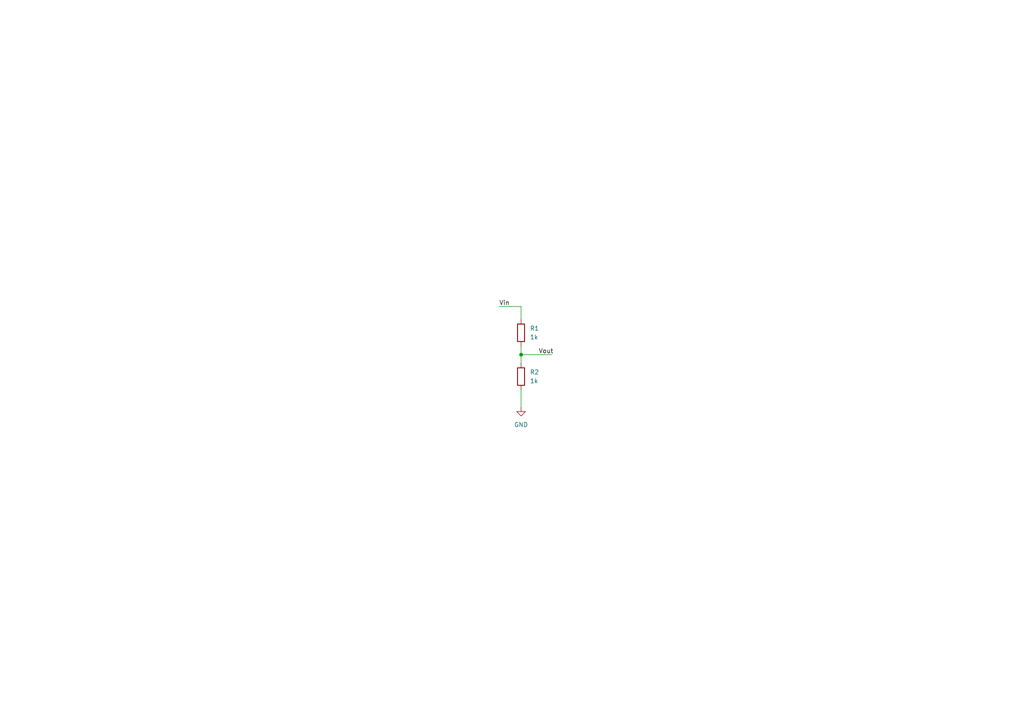
<source format=kicad_sch>
(kicad_sch (version 20211123) (generator eeschema)
  (paper "A4")
  (title_block (title "Teste de Simulador do KiCad") (date "2022-04-04") (rev "0.0.1") (company "Brynden Corp.") (comment 1 "Autor: Eng. Tarcísio Souza de Melo"))
  (lib_symbols
    (symbol "Device:R" (pin_numbers hide) (pin_names (offset 0))
      (property "Reference" "R" (at 2.032 0 90))
      (property "Value" "R" (at 0 0 90))
      (symbol "R_0_1"
        (rectangle (start -1.016 -2.54) (end 1.016 2.54) (stroke (width 0.254)))
      )
      (symbol "R_1_1"
        (pin passive line (at 0 3.81 270) (length 1.27) (name "~") (number "1"))
        (pin passive line (at 0 -3.81 90) (length 1.27) (name "~") (number "2"))
      )
    )
    (symbol "power:GND" (power) (pin_names (offset 0))
      (property "Value" "GND" (at 0 -3.81 0))
      (symbol "GND_0_1"
        (polyline (pts (xy 0 0) (xy 0 -1.27) (xy 1.27 -1.27) (xy 0 -2.54) (xy -1.27 -1.27) (xy 0 -1.27)))
      )
      (symbol "GND_1_1"
        (pin power_in line (at 0 0 270) (length 0) hide (name "GND") (number "1"))
      )
    )
  )
  (junction (at 151.13 102.87))
  (wire (pts (xy 151.13 100.33) (xy 151.13 102.87)))
  (wire (pts (xy 151.13 113.03) (xy 151.13 118.11)))
  (wire (pts (xy 151.13 102.87) (xy 151.13 105.41)))
  (wire (pts (xy 144.78 88.9) (xy 151.13 88.9)))
  (wire (pts (xy 151.13 92.71) (xy 151.13 88.9)))
  (wire (pts (xy 151.13 102.87) (xy 160.02 102.87)))
  (label "Vout" (at 156.21 102.87 0))
  (label "Vin" (at 144.78 88.9 0))
  (symbol (lib_id "Device:R") (at 151.13 96.52 0) (unit 1)
    (property "Reference" "R1" (at 153.67 95.2499 0) (effects (justify left)))
    (property "Value" "1k" (at 153.67 97.7899 0) (effects (justify left)))
  )
  (symbol (lib_id "Device:R") (at 151.13 109.22 0) (unit 1)
    (property "Reference" "R2" (at 153.67 107.9499 0) (effects (justify left)))
    (property "Value" "1k" (at 153.67 110.4899 0) (effects (justify left)))
  )
  (symbol (lib_id "power:GND") (at 151.13 118.11 0) (unit 1)
    (property "Reference" "#PWR01" (effects hide))
    (property "Value" "GND" (at 151.13 123.19 0))
  )
)
</source>
